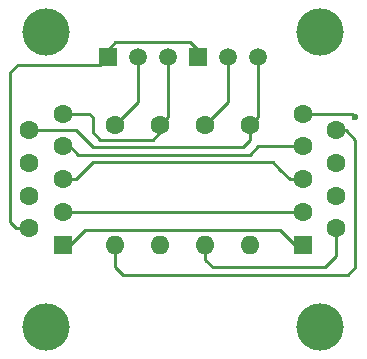
<source format=gtl>
G04 #@! TF.FileFunction,Copper,L1,Top,Signal*
%FSLAX46Y46*%
G04 Gerber Fmt 4.6, Leading zero omitted, Abs format (unit mm)*
G04 Created by KiCad (PCBNEW 4.0.7) date 10/15/19 22:27:56*
%MOMM*%
%LPD*%
G01*
G04 APERTURE LIST*
%ADD10C,0.100000*%
%ADD11R,1.600000X1.600000*%
%ADD12C,1.600000*%
%ADD13C,4.000000*%
%ADD14C,1.520000*%
%ADD15R,1.520000X1.520000*%
%ADD16O,1.600000X1.600000*%
%ADD17C,0.600000*%
%ADD18C,0.250000*%
G04 APERTURE END LIST*
D10*
D11*
X121285000Y-80645000D03*
D12*
X121285000Y-77875000D03*
X121285000Y-75105000D03*
X121285000Y-72335000D03*
X121285000Y-69565000D03*
X118445000Y-79260000D03*
X118445000Y-76490000D03*
X118445000Y-73720000D03*
X118445000Y-70950000D03*
D13*
X119865000Y-62605000D03*
X119865000Y-87605000D03*
D14*
X135255000Y-64770000D03*
X137795000Y-64770000D03*
D15*
X132715000Y-64770000D03*
D14*
X127635000Y-64770000D03*
X130175000Y-64770000D03*
D15*
X125095000Y-64770000D03*
D11*
X141605000Y-80645000D03*
D12*
X141605000Y-77875000D03*
X141605000Y-75105000D03*
X141605000Y-72335000D03*
X141605000Y-69565000D03*
X144445000Y-79260000D03*
X144445000Y-76490000D03*
X144445000Y-73720000D03*
X144445000Y-70950000D03*
D13*
X143025000Y-87605000D03*
X143025000Y-62605000D03*
D12*
X137160000Y-70485000D03*
D16*
X137160000Y-80645000D03*
D12*
X133350000Y-70485000D03*
D16*
X133350000Y-80645000D03*
D12*
X129540000Y-70485000D03*
D16*
X129540000Y-80645000D03*
D12*
X125730000Y-70485000D03*
D16*
X125730000Y-80645000D03*
D17*
X146050000Y-69850000D03*
D18*
X141605000Y-69565000D02*
X145765000Y-69565000D01*
X145765000Y-69565000D02*
X146050000Y-69850000D01*
X141605000Y-77875000D02*
X121285000Y-77875000D01*
X123190000Y-74295000D02*
X123825000Y-73660000D01*
X139065000Y-73660000D02*
X139700000Y-74295000D01*
X123825000Y-73660000D02*
X139065000Y-73660000D01*
X141605000Y-75105000D02*
X140510000Y-75105000D01*
X140510000Y-75105000D02*
X139700000Y-74295000D01*
X121285000Y-75105000D02*
X122380000Y-75105000D01*
X122380000Y-75105000D02*
X123190000Y-74295000D01*
X141605000Y-72335000D02*
X137850000Y-72335000D01*
X122555000Y-73025000D02*
X137160000Y-73025000D01*
X122555000Y-73025000D02*
X121865000Y-72335000D01*
X137850000Y-72335000D02*
X137160000Y-73025000D01*
X121285000Y-72335000D02*
X121865000Y-72335000D01*
X141605000Y-80645000D02*
X140970000Y-80645000D01*
X140970000Y-80645000D02*
X139700000Y-79375000D01*
X139700000Y-79375000D02*
X138430000Y-79375000D01*
X121285000Y-80645000D02*
X121920000Y-80645000D01*
X121920000Y-80645000D02*
X123190000Y-79375000D01*
X123190000Y-79375000D02*
X138430000Y-79375000D01*
X118445000Y-79260000D02*
X117360000Y-79260000D01*
X117475000Y-65405000D02*
X124460000Y-65405000D01*
X116840000Y-66040000D02*
X117475000Y-65405000D01*
X116840000Y-78740000D02*
X116840000Y-66040000D01*
X117360000Y-79260000D02*
X116840000Y-78740000D01*
X124460000Y-65405000D02*
X125095000Y-64770000D01*
X125095000Y-64770000D02*
X125095000Y-64135000D01*
X125095000Y-64135000D02*
X125730000Y-63500000D01*
X125730000Y-63500000D02*
X132080000Y-63500000D01*
X132080000Y-63500000D02*
X132715000Y-64135000D01*
X132715000Y-64135000D02*
X132715000Y-64770000D01*
X144445000Y-79260000D02*
X144445000Y-81615000D01*
X133350000Y-81915000D02*
X133350000Y-80645000D01*
X133985000Y-82550000D02*
X133350000Y-81915000D01*
X143510000Y-82550000D02*
X133985000Y-82550000D01*
X144445000Y-81615000D02*
X143510000Y-82550000D01*
X144445000Y-70950000D02*
X145245000Y-70950000D01*
X145245000Y-70950000D02*
X146050000Y-71755000D01*
X146050000Y-71755000D02*
X146050000Y-82550000D01*
X146050000Y-82550000D02*
X145415000Y-83185000D01*
X145415000Y-83185000D02*
X126365000Y-83185000D01*
X126365000Y-83185000D02*
X125730000Y-82550000D01*
X125730000Y-82550000D02*
X125730000Y-80645000D01*
X135255000Y-64770000D02*
X135255000Y-68580000D01*
X135255000Y-68580000D02*
X133350000Y-70485000D01*
X118445000Y-70950000D02*
X122385000Y-70950000D01*
X137160000Y-71755000D02*
X137160000Y-70485000D01*
X136525000Y-72390000D02*
X137160000Y-71755000D01*
X123825000Y-72390000D02*
X136525000Y-72390000D01*
X122385000Y-70950000D02*
X123825000Y-72390000D01*
X137795000Y-64770000D02*
X137795000Y-69850000D01*
X137795000Y-69850000D02*
X137160000Y-70485000D01*
X127635000Y-64770000D02*
X127635000Y-68580000D01*
X127635000Y-68580000D02*
X125730000Y-70485000D01*
X121285000Y-69565000D02*
X123540000Y-69565000D01*
X128905000Y-71755000D02*
X124460000Y-71755000D01*
X128905000Y-71755000D02*
X129540000Y-71120000D01*
X123825000Y-71120000D02*
X124460000Y-71755000D01*
X123825000Y-69850000D02*
X123825000Y-71120000D01*
X123540000Y-69565000D02*
X123825000Y-69850000D01*
X129540000Y-70485000D02*
X129540000Y-71120000D01*
X130175000Y-64770000D02*
X130175000Y-69850000D01*
X130175000Y-69850000D02*
X129540000Y-70485000D01*
M02*

</source>
